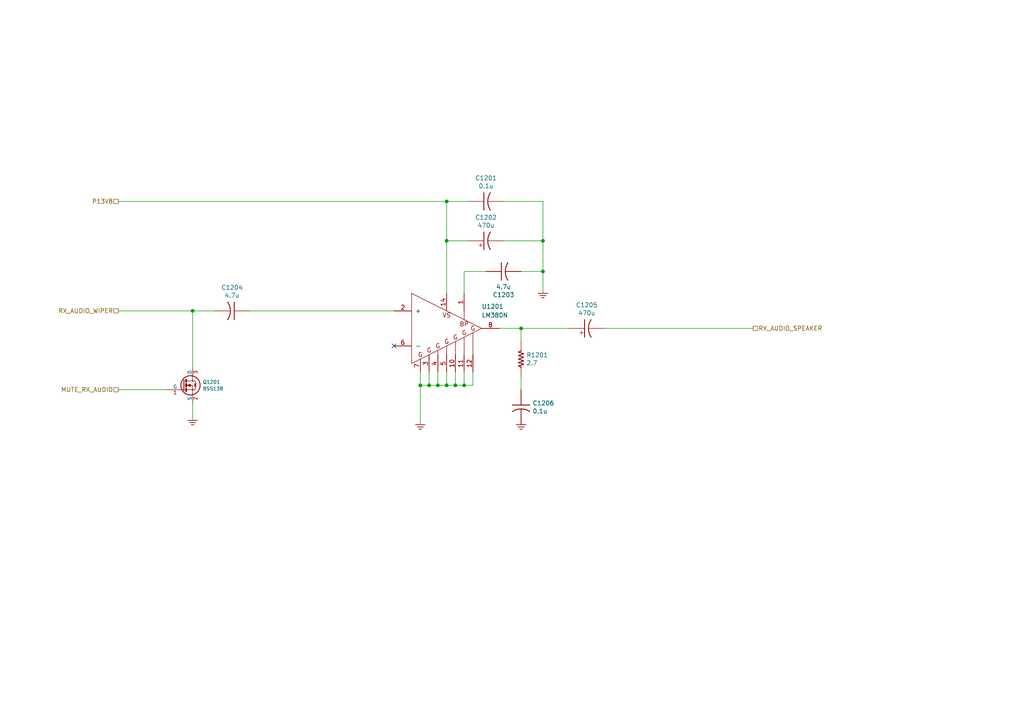
<source format=kicad_sch>
(kicad_sch (version 20211123) (generator eeschema)
  (paper "A4")
  (title_block (title "Speaker Audio Amplifier") (rev "X1") (company "WA6ZFT"))
  (lib_symbols
    (symbol "Custom:BSS138" (pin_names (offset 0))
      (property "Reference" "Q" (at 0 -3.7846 0))
      (property "Value" "Custom_BSS138" (at 0 3.81 0))
      (symbol "BSS138_0_1"
        (polyline (pts (xy 0.635 -1.016) (xy 0.635 -1.651)) (stroke (width 0.508)))
        (polyline (pts (xy 0.635 0.381) (xy 0.635 -0.381)) (stroke (width 0.508)))
        (polyline (pts (xy 0.635 1.651) (xy 0.635 1.016)) (stroke (width 0.508)))
        (polyline (pts (xy 3.048 0.381) (xy 2.921 0.254)))
        (polyline (pts (xy 3.048 0.381) (xy 3.556 0.381)))
        (polyline (pts (xy 3.556 0.381) (xy 3.683 0.508)))
        (polyline (pts (xy 0 1.524) (xy 0 -1.524) (xy 0 -1.524)) (stroke (width 0.254)))
        (polyline (pts (xy 0.762 -1.27) (xy 2.54 -1.27) (xy 2.54 -2.54) (xy 2.54 -2.54)))
        (polyline (pts (xy 0.762 1.27) (xy 2.54 1.27) (xy 2.54 2.54) (xy 2.54 2.54)))
        (polyline (pts (xy 2.54 1.27) (xy 3.302 1.27) (xy 3.302 -1.27) (xy 2.54 -1.27)))
        (polyline (pts (xy 3.302 0.381) (xy 3.048 -0.254) (xy 3.556 -0.254) (xy 3.302 0.381)) (fill (type outline)))
        (polyline (pts (xy 0.762 0) (xy 1.27 0) (xy 2.54 0) (xy 2.54 -1.27) (xy 2.54 -1.27)))
        (polyline (pts (xy 0.889 0) (xy 1.905 0.381) (xy 1.905 -0.381) (xy 0.889 0) (xy 1.016 0) (xy 1.016 0)) (fill (type outline)))
        (circle (center 1.905 0) (radius 2.794) (stroke (width 0.254)))
        (circle (center 2.54 -1.27) (radius 0.127))
        (circle (center 2.54 1.27) (radius 0.127))
      )
      (symbol "BSS138_1_1"
        (pin passive line (at -5.08 -1.27 0) (length 5.08) (name "G") (number "1"))
        (pin passive line (at 2.54 -5.08 90) (length 2.54) (name "S") (number "2"))
        (pin passive line (at 2.54 5.08 270) (length 2.54) (name "D") (number "3"))
      )
    )
    (symbol "Custom:CP_US" (pin_numbers hide) (pin_names (offset 0.254) hide)
      (property "Reference" "C" (at 1.27 2.54 0))
      (property "Value" "Custom_CP_US" (at 1.27 -2.54 0))
      (symbol "CP_US_0_1"
        (polyline (pts (xy -1.778 1.524) (xy -0.762 1.524)) (stroke (width 0.127)))
        (polyline (pts (xy -1.27 1.016) (xy -1.27 2.032)) (stroke (width 0.127)))
        (polyline (pts (xy -2.54 0.635) (xy 2.54 0.635) (xy 2.54 0.635)) (stroke (width 0.254)))
        (arc (start 2.54 -1.27) (mid 0 -0.5009) (end -2.54 -1.27) (stroke (width 0.254)))
      )
      (symbol "CP_US_1_1"
        (pin passive line (at 0 5.08 270) (length 4.445) (name "~") (number "1"))
        (pin passive line (at 0 -5.08 90) (length 4.445) (name "~") (number "2"))
      )
    )
    (symbol "Custom:C_US" (pin_numbers hide) (pin_names (offset 0.254) hide)
      (property "Reference" "C" (at 1.27 2.54 0))
      (property "Value" "Custom_C_US" (at 1.27 -2.54 0))
      (symbol "C_US_0_1"
        (polyline (pts (xy -2.54 0.635) (xy 2.54 0.635) (xy 2.54 0.635)) (stroke (width 0.254)))
        (arc (start 2.54 -1.27) (mid 0 -0.5009) (end -2.54 -1.27) (stroke (width 0.254)))
      )
      (symbol "C_US_1_1"
        (pin passive line (at 0 5.08 270) (length 4.445) (name "~") (number "1"))
        (pin passive line (at 0 -5.08 90) (length 4.445) (name "~") (number "2"))
      )
    )
    (symbol "Custom:C_US_0805_0.1UF_X7R_10%_50V_HS" (pin_numbers hide) (pin_names (offset 0.254) hide)
      (property "Reference" "C" (at 1.27 2.54 0))
      (property "Value" "Custom_C_US_0805_0.1UF_X7R_10%_50V_HS" (at 1.27 -2.54 0))
      (symbol "C_US_0805_0.1UF_X7R_10%_50V_HS_0_1"
        (polyline (pts (xy -2.54 0.635) (xy 2.54 0.635) (xy 2.54 0.635)) (stroke (width 0.254)))
        (arc (start 2.54 -1.27) (mid 0 -0.5009) (end -2.54 -1.27) (stroke (width 0.254)))
      )
      (symbol "C_US_0805_0.1UF_X7R_10%_50V_HS_1_1"
        (pin passive line (at 0 5.08 270) (length 4.445) (name "~") (number "1"))
        (pin passive line (at 0 -5.08 90) (length 4.445) (name "~") (number "2"))
      )
    )
    (symbol "Custom:GND_US" (power) (pin_names (offset 0))
      (symbol "GND_US_0_1"
        (polyline (pts (xy -1.397 0) (xy 1.397 0)) (stroke (width 0.2032)))
        (polyline (pts (xy -0.889 -0.635) (xy 0.889 -0.635)) (stroke (width 0.2032)))
        (polyline (pts (xy -0.381 -1.27) (xy 0.381 -1.27)) (stroke (width 0.2032)))
      )
      (symbol "GND_US_1_1"
        (pin power_in line (at 0 0 90) (length 0) hide (name "GND") (number "1"))
      )
    )
    (symbol "Custom:LM380N" (pin_names (offset 1.016))
      (property "Reference" "U" (at -8.89 13.97 0))
      (property "Value" "Custom_LM380N" (at -6.35 11.43 0))
      (symbol "LM380N_0_0"
        (text "BP" (at 5.08 1.27 0) (effects (font (size 1.27 1.27))))
        (text "G" (at -7.62 -7.62 0) (effects (font (size 1.27 1.27))))
        (text "G" (at -5.08 -6.35 0) (effects (font (size 1.27 1.27))))
        (text "G" (at -2.54 -5.08 0) (effects (font (size 1.27 1.27))))
        (text "G" (at 0 -3.81 0) (effects (font (size 1.27 1.27))))
        (text "G" (at 2.54 -2.54 0) (effects (font (size 1.27 1.27))))
        (text "G" (at 5.08 -1.27 0) (effects (font (size 1.27 1.27))))
        (text "G" (at 7.62 0 0) (effects (font (size 1.27 1.27))))
        (text "VS" (at 0 3.81 0) (effects (font (size 1.27 1.27))))
      )
      (symbol "LM380N_0_1"
        (polyline (pts (xy -5.08 -7.62) (xy -5.08 -8.89)))
        (polyline (pts (xy -2.54 -6.35) (xy -2.54 -8.89)))
        (polyline (pts (xy 0 -5.08) (xy 0 -8.89)))
        (polyline (pts (xy 2.54 -3.81) (xy 2.54 -8.89)))
        (polyline (pts (xy 5.08 -2.54) (xy 5.08 -8.89)))
        (polyline (pts (xy 5.08 5.08) (xy 5.08 2.54)))
        (polyline (pts (xy 7.62 -1.27) (xy 7.62 -8.89)))
        (polyline (pts (xy -10.16 10.16) (xy -10.16 -10.16) (xy 10.16 0) (xy -10.16 10.16)))
      )
      (symbol "LM380N_1_1"
        (pin passive line (at 5.08 10.16 270) (length 5.08) (name "~") (number "1"))
        (pin power_in line (at 2.54 -12.7 90) (length 5.08) (name "~") (number "10"))
        (pin power_in line (at 5.08 -12.7 90) (length 5.08) (name "~") (number "11"))
        (pin power_in line (at 7.62 -12.7 90) (length 5.08) (name "~") (number "12"))
        (pin no_connect line (at 17.78 10.16 180) (length 3.81) hide (name "NC2") (number "13"))
        (pin power_in line (at 0 10.16 270) (length 5.08) (name "~") (number "14"))
        (pin passive line (at -15.24 5.08 0) (length 5.08) (name "+") (number "2"))
        (pin power_in line (at -5.08 -12.7 90) (length 5.08) (name "~") (number "3"))
        (pin power_in line (at -2.54 -12.7 90) (length 5.08) (name "~") (number "4"))
        (pin power_in line (at 0 -12.7 90) (length 5.08) (name "~") (number "5"))
        (pin passive line (at -15.24 -5.08 0) (length 5.08) (name "-") (number "6"))
        (pin power_in line (at -7.62 -12.7 90) (length 3.81) (name "~") (number "7"))
        (pin passive line (at 15.24 0 180) (length 5.08) (name "~") (number "8"))
        (pin no_connect line (at 17.78 13.97 180) (length 3.81) hide (name "NC1") (number "9"))
      )
    )
    (symbol "Custom:R_US_0805_1%_HS" (pin_numbers hide) (pin_names (offset 1.016) hide)
      (property "Reference" "R" (at 2.032 0 90))
      (property "Value" "Custom_R_US_0805_1%_HS" (at -2.032 0 90))
      (symbol "R_US_0805_1%_HS_0_0"
        (polyline (pts (xy 0 -2.54) (xy 0 -2.54) (xy 0 -2.286) (xy -0.762 -2.032) (xy 0.762 -1.524) (xy -0.762 -1.016) (xy 0.762 -0.508) (xy -0.762 0) (xy 0.762 0.508) (xy -0.762 1.016) (xy 0.762 1.524) (xy -0.762 2.032) (xy 0 2.286) (xy 0 2.54) (xy 0 2.54)) (stroke (width 0.254)))
      )
      (symbol "R_US_0805_1%_HS_1_1"
        (pin passive line (at 0 5.08 270) (length 2.54) (name "~") (number "1"))
        (pin passive line (at 0 -5.08 90) (length 2.54) (name "~") (number "2"))
      )
    )
  )
  (junction (at 134.62 111.76))
  (junction (at 124.46 111.76))
  (junction (at 129.54 58.42))
  (junction (at 157.48 69.85))
  (junction (at 127 111.76))
  (junction (at 157.48 78.74))
  (junction (at 121.92 111.76))
  (junction (at 129.54 69.85))
  (junction (at 129.54 111.76))
  (junction (at 151.13 95.25))
  (junction (at 132.08 111.76))
  (junction (at 55.88 90.17))
  (no_connect (at 114.3 100.33))
  (wire (pts (xy 151.13 95.25) (xy 151.13 99.06)))
  (wire (pts (xy 127 107.95) (xy 127 111.76)))
  (wire (pts (xy 157.48 78.74) (xy 157.48 85.09)))
  (wire (pts (xy 124.46 111.76) (xy 121.92 111.76)))
  (wire (pts (xy 129.54 111.76) (xy 127 111.76)))
  (wire (pts (xy 124.46 107.95) (xy 124.46 111.76)))
  (wire (pts (xy 121.92 111.76) (xy 121.92 123.19)))
  (wire (pts (xy 55.88 106.68) (xy 55.88 90.17)))
  (wire (pts (xy 55.88 116.84) (xy 55.88 121.92)))
  (wire (pts (xy 121.92 107.95) (xy 121.92 111.76)))
  (wire (pts (xy 151.13 78.74) (xy 157.48 78.74)))
  (wire (pts (xy 132.08 111.76) (xy 134.62 111.76)))
  (wire (pts (xy 129.54 107.95) (xy 129.54 111.76)))
  (wire (pts (xy 132.08 107.95) (xy 132.08 111.76)))
  (wire (pts (xy 134.62 111.76) (xy 137.16 111.76)))
  (wire (pts (xy 151.13 95.25) (xy 165.1 95.25)))
  (wire (pts (xy 55.88 90.17) (xy 34.29 90.17)))
  (wire (pts (xy 135.89 69.85) (xy 129.54 69.85)))
  (wire (pts (xy 151.13 109.22) (xy 151.13 113.03)))
  (wire (pts (xy 134.62 78.74) (xy 134.62 85.09)))
  (wire (pts (xy 114.3 90.17) (xy 72.39 90.17)))
  (wire (pts (xy 134.62 107.95) (xy 134.62 111.76)))
  (wire (pts (xy 48.26 113.03) (xy 34.29 113.03)))
  (wire (pts (xy 129.54 58.42) (xy 34.29 58.42)))
  (wire (pts (xy 144.78 95.25) (xy 151.13 95.25)))
  (wire (pts (xy 157.48 78.74) (xy 157.48 69.85)))
  (wire (pts (xy 135.89 58.42) (xy 129.54 58.42)))
  (wire (pts (xy 175.26 95.25) (xy 218.44 95.25)))
  (wire (pts (xy 127 111.76) (xy 124.46 111.76)))
  (wire (pts (xy 129.54 58.42) (xy 129.54 69.85)))
  (wire (pts (xy 62.23 90.17) (xy 55.88 90.17)))
  (wire (pts (xy 140.97 78.74) (xy 134.62 78.74)))
  (wire (pts (xy 129.54 111.76) (xy 132.08 111.76)))
  (wire (pts (xy 146.05 69.85) (xy 157.48 69.85)))
  (wire (pts (xy 157.48 69.85) (xy 157.48 58.42)))
  (wire (pts (xy 157.48 58.42) (xy 146.05 58.42)))
  (wire (pts (xy 137.16 107.95) (xy 137.16 111.76)))
  (wire (pts (xy 129.54 69.85) (xy 129.54 85.09)))
  (hierarchical_label "RX_AUDIO_SPEAKER" (shape passive) (at 218.44 95.25 0))
  (hierarchical_label "MUTE_RX_AUDIO" (shape passive) (at 34.29 113.03 180))
  (hierarchical_label "P13V8" (shape passive) (at 34.29 58.42 180))
  (hierarchical_label "RX_AUDIO_WIPER" (shape passive) (at 34.29 90.17 180))
  (symbol (lib_id "Custom:C_US") (at 67.31 90.17 270) (unit 1)
    (property "Reference" "C1204" (at 67.31 83.3882 90))
    (property "Value" "4.7u" (at 67.31 85.6996 90))
    (property "Footprint" "Capacitor_SMD:C_0805_2012Metric_Pad1.15x1.40mm_HandSolder" (effects hide))
    (property "PartNumber" "800003-475" (effects hide))
  )
  (symbol (lib_id "Custom:LM380N") (at 129.54 95.25 0) (unit 1)
    (property "Reference" "U1201" (at 139.7 88.9 0) (effects (justify left)))
    (property "Value" "LM380N" (at 139.7 91.44 0) (effects (justify left)))
    (property "Footprint" "Package_DIP:DIP-14_W7.62mm_Socket_LongPads" (effects hide))
    (property "PartNumber" "800269-101" (effects hide))
  )
  (symbol (lib_id "Custom:GND_US") (at 121.92 123.19 0) (unit 1)
    (property "Reference" "#PWR01203" (effects hide))
    (property "Value" "GND_US" (effects hide))
  )
  (symbol (lib_id "Custom:C_US") (at 146.05 78.74 90) (unit 1)
    (property "Reference" "C1203" (at 146.05 85.5218 90))
    (property "Value" "4.7u" (at 146.05 83.2104 90))
    (property "Footprint" "Capacitor_SMD:C_0805_2012Metric_Pad1.15x1.40mm_HandSolder" (effects hide))
    (property "PartNumber" "800003-475" (effects hide))
  )
  (symbol (lib_id "Custom:GND_US") (at 157.48 85.09 0) (unit 1)
    (property "Reference" "#PWR01201" (effects hide))
    (property "Value" "GND_US" (effects hide))
  )
  (symbol (lib_id "Custom:R_US_0805_1%_HS") (at 151.13 104.14 0) (unit 1)
    (property "Reference" "R1201" (at 152.654 102.9716 0) (effects (justify left)))
    (property "Value" "2.7" (at 152.654 105.283 0) (effects (justify left)))
    (property "Footprint" "Resistor_SMD:R_0805_2012Metric_Pad1.15x1.40mm_HandSolder" (effects hide))
    (property "PartNumber" "800235-027" (effects hide))
  )
  (symbol (lib_id "Custom:C_US_0805_0.1UF_X7R_10%_50V_HS") (at 151.13 118.11 0) (unit 1)
    (property "Reference" "C1206" (at 154.432 116.9416 0) (effects (justify left)))
    (property "Value" "0.1u" (at 154.432 119.253 0) (effects (justify left)))
    (property "Footprint" "Capacitor_SMD:C_0805_2012Metric_Pad1.15x1.40mm_HandSolder" (effects hide))
    (property "PartNumber" "800238-104" (effects hide))
  )
  (symbol (lib_id "Custom:GND_US") (at 151.13 123.19 0) (unit 1)
    (property "Reference" "#PWR01204" (effects hide))
    (property "Value" "GND_US" (effects hide))
  )
  (symbol (lib_id "Custom:CP_US") (at 170.18 95.25 90) (unit 1)
    (property "Reference" "C1205" (at 170.18 88.4682 90))
    (property "Value" "470u" (at 170.18 90.7796 90))
    (property "Footprint" "Capacitor_SMD:CP_Elec_10x10" (effects hide))
    (property "PartNumber" "800270-477" (effects hide))
  )
  (symbol (lib_id "Custom:CP_US") (at 140.97 69.85 90) (unit 1)
    (property "Reference" "C1202" (at 140.97 63.0682 90))
    (property "Value" "470u" (at 140.97 65.3796 90))
    (property "Footprint" "Capacitor_SMD:CP_Elec_10x10" (effects hide))
    (property "PartNumber" "800270-477" (effects hide))
  )
  (symbol (lib_id "Custom:C_US_0805_0.1UF_X7R_10%_50V_HS") (at 140.97 58.42 90) (unit 1)
    (property "Reference" "C1201" (at 140.97 51.6382 90))
    (property "Value" "0.1u" (at 140.97 53.9496 90))
    (property "Footprint" "Capacitor_SMD:C_0805_2012Metric_Pad1.15x1.40mm_HandSolder" (effects hide))
    (property "PartNumber" "800238-104" (effects hide))
  )
  (symbol (lib_id "Custom:BSS138") (at 53.34 111.76 0) (unit 1)
    (property "Reference" "Q1201" (at 58.7756 110.7948 0) (effects (font (size 1.016 1.016)) (justify left)))
    (property "Value" "BSS138" (at 58.7756 112.7252 0) (effects (font (size 1.016 1.016)) (justify left)))
    (property "Footprint" "mods:SOT23-3-SAR" (effects hide))
    (property "PartNumber" "800236-101" (effects hide))
  )
  (symbol (lib_id "Custom:GND_US") (at 55.88 121.92 0) (unit 1)
    (property "Reference" "#PWR01202" (effects hide))
    (property "Value" "GND_US" (effects hide))
  )
)
</source>
